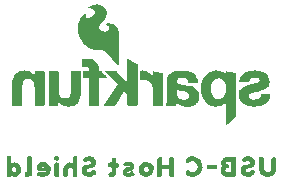
<source format=gbo>
G04 EAGLE Gerber RS-274X export*
G75*
%MOMM*%
%FSLAX34Y34*%
%LPD*%
%INSilkscreen Bottom*%
%IPPOS*%
%AMOC8*
5,1,8,0,0,1.08239X$1,22.5*%
G01*

G36*
X247854Y276320D02*
X247854Y276320D01*
X247941Y276323D01*
X247941Y276324D01*
X247942Y276324D01*
X248017Y276365D01*
X248093Y276406D01*
X248093Y276407D01*
X248094Y276407D01*
X248145Y276479D01*
X248193Y276548D01*
X248193Y276549D01*
X248194Y276556D01*
X248220Y276690D01*
X248220Y304290D01*
X248216Y304310D01*
X248217Y304337D01*
X248017Y305937D01*
X248006Y305969D01*
X247998Y306018D01*
X247498Y307418D01*
X247490Y307430D01*
X247486Y307447D01*
X246986Y308547D01*
X246968Y308571D01*
X246952Y308608D01*
X246252Y309608D01*
X246233Y309625D01*
X246222Y309644D01*
X246200Y309660D01*
X246173Y309690D01*
X245273Y310390D01*
X245262Y310395D01*
X245251Y310406D01*
X244351Y311006D01*
X244320Y311018D01*
X244281Y311043D01*
X243281Y311443D01*
X243266Y311445D01*
X243249Y311454D01*
X242249Y311754D01*
X242230Y311755D01*
X242208Y311764D01*
X241108Y311964D01*
X241079Y311963D01*
X241040Y311970D01*
X239340Y311970D01*
X239317Y311965D01*
X239286Y311966D01*
X238586Y311866D01*
X238553Y311853D01*
X238499Y311843D01*
X238009Y311647D01*
X237778Y311570D01*
X237640Y311570D01*
X237471Y311531D01*
X237338Y311421D01*
X237267Y311262D01*
X237273Y311089D01*
X237356Y310937D01*
X237498Y310837D01*
X237619Y310814D01*
X237829Y310674D01*
X237860Y310662D01*
X237948Y310621D01*
X238273Y310540D01*
X238612Y310286D01*
X238628Y310279D01*
X238644Y310264D01*
X239604Y309688D01*
X239938Y309354D01*
X240192Y308930D01*
X240360Y308428D01*
X240360Y307852D01*
X240191Y307346D01*
X239826Y306708D01*
X239379Y306171D01*
X238750Y305722D01*
X237912Y305349D01*
X236901Y305073D01*
X235401Y305167D01*
X233987Y305544D01*
X232901Y306178D01*
X232174Y307178D01*
X231726Y308253D01*
X231815Y309504D01*
X232369Y310889D01*
X233618Y312331D01*
X235309Y314021D01*
X235323Y314043D01*
X235348Y314067D01*
X236648Y315867D01*
X236654Y315882D01*
X236668Y315897D01*
X237668Y317597D01*
X237679Y317634D01*
X237711Y317708D01*
X238111Y319508D01*
X238111Y319541D01*
X238120Y319590D01*
X238120Y321290D01*
X238111Y321328D01*
X238103Y321403D01*
X237603Y323003D01*
X237583Y323037D01*
X237553Y323105D01*
X236453Y324705D01*
X236426Y324730D01*
X236392Y324775D01*
X234692Y326275D01*
X234657Y326294D01*
X234604Y326333D01*
X232304Y327433D01*
X232271Y327440D01*
X232224Y327461D01*
X230024Y327961D01*
X229986Y327961D01*
X229921Y327970D01*
X227921Y327870D01*
X227895Y327862D01*
X227858Y327861D01*
X226058Y327461D01*
X226027Y327447D01*
X225979Y327435D01*
X224479Y326735D01*
X224475Y326732D01*
X224470Y326730D01*
X223936Y326463D01*
X223270Y326130D01*
X223248Y326112D01*
X223212Y326094D01*
X222412Y325494D01*
X222397Y325476D01*
X222371Y325459D01*
X222171Y325259D01*
X222158Y325237D01*
X222138Y325221D01*
X222112Y325164D01*
X222080Y325112D01*
X222077Y325086D01*
X222067Y325062D01*
X222069Y325001D01*
X222063Y324939D01*
X222072Y324915D01*
X222073Y324889D01*
X222103Y324835D01*
X222125Y324777D01*
X222144Y324760D01*
X222156Y324737D01*
X222207Y324702D01*
X222252Y324660D01*
X222277Y324652D01*
X222298Y324637D01*
X222382Y324621D01*
X222418Y324610D01*
X222428Y324612D01*
X222440Y324610D01*
X222540Y324610D01*
X222576Y324618D01*
X222632Y324621D01*
X223018Y324718D01*
X223571Y324810D01*
X224216Y324810D01*
X224955Y324717D01*
X225794Y324438D01*
X226528Y324071D01*
X227168Y323522D01*
X227629Y322969D01*
X227892Y322530D01*
X228060Y322028D01*
X228060Y320952D01*
X227891Y320446D01*
X227519Y319796D01*
X227049Y319137D01*
X225894Y317981D01*
X225235Y317511D01*
X224560Y317125D01*
X224224Y316957D01*
X223788Y316739D01*
X223045Y316461D01*
X222413Y316370D01*
X221918Y316370D01*
X221337Y316619D01*
X220943Y316935D01*
X220692Y317436D01*
X220520Y317952D01*
X220520Y318928D01*
X220601Y319170D01*
X220603Y319191D01*
X220609Y319206D01*
X220608Y319229D01*
X220620Y319290D01*
X220620Y319490D01*
X220606Y319553D01*
X220598Y319617D01*
X220586Y319636D01*
X220581Y319659D01*
X220540Y319709D01*
X220505Y319763D01*
X220485Y319775D01*
X220471Y319792D01*
X220412Y319819D01*
X220357Y319852D01*
X220334Y319854D01*
X220312Y319863D01*
X220248Y319861D01*
X220184Y319866D01*
X220159Y319857D01*
X220139Y319857D01*
X220106Y319838D01*
X220047Y319818D01*
X218347Y318818D01*
X218319Y318791D01*
X218263Y318751D01*
X216663Y317051D01*
X216647Y317022D01*
X216615Y316988D01*
X215215Y314688D01*
X215205Y314656D01*
X215181Y314614D01*
X214181Y311714D01*
X214178Y311686D01*
X214164Y311649D01*
X213664Y308449D01*
X213667Y308416D01*
X213660Y308368D01*
X213860Y304868D01*
X213870Y304837D01*
X213873Y304791D01*
X214873Y301091D01*
X214890Y301059D01*
X214908Y301005D01*
X216908Y297405D01*
X216925Y297387D01*
X216940Y297357D01*
X218340Y295557D01*
X218352Y295547D01*
X218363Y295530D01*
X219863Y293930D01*
X219881Y293918D01*
X219898Y293896D01*
X221598Y292496D01*
X221617Y292487D01*
X221637Y292469D01*
X223537Y291269D01*
X223565Y291259D01*
X223599Y291237D01*
X225599Y290437D01*
X225611Y290435D01*
X225625Y290428D01*
X227825Y289728D01*
X227854Y289725D01*
X227893Y289713D01*
X230293Y289413D01*
X230314Y289415D01*
X230340Y289410D01*
X234093Y289410D01*
X235207Y289131D01*
X236152Y288659D01*
X237209Y287986D01*
X238171Y287120D01*
X239159Y286034D01*
X239160Y286033D01*
X239161Y286032D01*
X240355Y284738D01*
X241551Y283343D01*
X241557Y283339D01*
X241561Y283332D01*
X242760Y282033D01*
X244960Y279633D01*
X245848Y278646D01*
X246540Y277757D01*
X246546Y277751D01*
X246551Y277743D01*
X247143Y277052D01*
X247415Y276689D01*
X247499Y276521D01*
X247500Y276520D01*
X247552Y276457D01*
X247609Y276388D01*
X247610Y276387D01*
X247611Y276387D01*
X247686Y276353D01*
X247768Y276317D01*
X247769Y276316D01*
X247854Y276320D01*
G37*
G36*
X339269Y225421D02*
X339269Y225421D01*
X339341Y225423D01*
X339355Y225431D01*
X339370Y225433D01*
X339485Y225502D01*
X339493Y225506D01*
X339493Y225507D01*
X339494Y225507D01*
X340486Y226400D01*
X341478Y227193D01*
X341484Y227201D01*
X341494Y227207D01*
X342494Y228107D01*
X342500Y228115D01*
X342509Y228121D01*
X343394Y229006D01*
X344378Y229793D01*
X344384Y229801D01*
X344394Y229807D01*
X345393Y230706D01*
X346293Y231506D01*
X346293Y231507D01*
X346294Y231507D01*
X347294Y232407D01*
X347345Y232480D01*
X347393Y232548D01*
X347393Y232549D01*
X347393Y232550D01*
X347395Y232558D01*
X347420Y232690D01*
X347420Y269590D01*
X347418Y269599D01*
X347420Y269609D01*
X347398Y269683D01*
X347381Y269759D01*
X347375Y269766D01*
X347372Y269775D01*
X347320Y269833D01*
X347271Y269892D01*
X347262Y269896D01*
X347255Y269903D01*
X347123Y269961D01*
X345323Y270361D01*
X345303Y270361D01*
X345278Y270368D01*
X344300Y270466D01*
X343423Y270661D01*
X343404Y270661D01*
X343382Y270668D01*
X342502Y270766D01*
X341623Y270961D01*
X341619Y270961D01*
X341615Y270963D01*
X340615Y271163D01*
X340600Y271162D01*
X340582Y271168D01*
X339682Y271268D01*
X339611Y271259D01*
X339539Y271257D01*
X339526Y271249D01*
X339510Y271247D01*
X339450Y271208D01*
X339387Y271174D01*
X339378Y271161D01*
X339365Y271153D01*
X339329Y271091D01*
X339287Y271032D01*
X339284Y271015D01*
X339277Y271003D01*
X339274Y270964D01*
X339260Y270890D01*
X339260Y268459D01*
X339148Y268614D01*
X339137Y268623D01*
X339133Y268631D01*
X339123Y268638D01*
X339109Y268659D01*
X338209Y269559D01*
X338200Y269564D01*
X338193Y269574D01*
X337293Y270374D01*
X337266Y270388D01*
X337236Y270416D01*
X336236Y271016D01*
X336207Y271025D01*
X336170Y271047D01*
X335070Y271447D01*
X335065Y271448D01*
X335060Y271451D01*
X333860Y271851D01*
X333824Y271854D01*
X333769Y271869D01*
X332471Y271969D01*
X331272Y272069D01*
X331243Y272065D01*
X331203Y272068D01*
X328103Y271768D01*
X328071Y271757D01*
X328020Y271751D01*
X325320Y270851D01*
X325287Y270830D01*
X325226Y270804D01*
X323026Y269304D01*
X323003Y269280D01*
X322964Y269252D01*
X321164Y267352D01*
X321147Y267323D01*
X321115Y267288D01*
X319715Y264988D01*
X319705Y264958D01*
X319682Y264919D01*
X318782Y262419D01*
X318780Y262397D01*
X318768Y262370D01*
X318168Y259570D01*
X318169Y259546D01*
X318161Y259515D01*
X317961Y256515D01*
X317964Y256493D01*
X317961Y256463D01*
X318161Y253663D01*
X318168Y253640D01*
X318169Y253608D01*
X318769Y250908D01*
X318779Y250887D01*
X318784Y250857D01*
X319684Y248457D01*
X319702Y248429D01*
X319719Y248386D01*
X321119Y246186D01*
X321138Y246167D01*
X321157Y246136D01*
X322857Y244236D01*
X322888Y244214D01*
X322936Y244169D01*
X325136Y242769D01*
X325168Y242758D01*
X325211Y242732D01*
X327711Y241832D01*
X327747Y241828D01*
X327801Y241812D01*
X330701Y241512D01*
X330730Y241515D01*
X330769Y241511D01*
X332069Y241611D01*
X332084Y241615D01*
X332103Y241615D01*
X333303Y241815D01*
X333315Y241820D01*
X333332Y241821D01*
X334532Y242121D01*
X334558Y242135D01*
X334597Y242144D01*
X335697Y242644D01*
X335707Y242651D01*
X335722Y242656D01*
X336822Y243256D01*
X336836Y243269D01*
X336858Y243279D01*
X337858Y243979D01*
X337882Y244005D01*
X337924Y244037D01*
X338724Y244937D01*
X338728Y244945D01*
X338737Y244952D01*
X338860Y245106D01*
X338860Y225790D01*
X338863Y225775D01*
X338861Y225759D01*
X338883Y225691D01*
X338899Y225621D01*
X338909Y225609D01*
X338914Y225594D01*
X338964Y225543D01*
X339009Y225488D01*
X339024Y225481D01*
X339035Y225470D01*
X339102Y225446D01*
X339168Y225417D01*
X339183Y225417D01*
X339198Y225412D01*
X339269Y225421D01*
G37*
G36*
X307456Y241414D02*
X307456Y241414D01*
X307478Y241412D01*
X308478Y241512D01*
X308497Y241518D01*
X308523Y241519D01*
X310323Y241919D01*
X310338Y241926D01*
X310360Y241929D01*
X311260Y242229D01*
X311280Y242242D01*
X311310Y242250D01*
X311990Y242590D01*
X312110Y242650D01*
X312117Y242656D01*
X312129Y242660D01*
X312829Y243060D01*
X312841Y243072D01*
X312861Y243081D01*
X313561Y243581D01*
X313570Y243590D01*
X313583Y243598D01*
X314183Y244098D01*
X314206Y244128D01*
X314249Y244169D01*
X314741Y244858D01*
X315232Y245447D01*
X315248Y245478D01*
X315280Y245520D01*
X315680Y246320D01*
X315684Y246337D01*
X315696Y246357D01*
X315996Y247157D01*
X315998Y247168D01*
X316004Y247181D01*
X316304Y248181D01*
X316306Y248210D01*
X316318Y248248D01*
X316418Y249148D01*
X316418Y249152D01*
X316419Y249156D01*
X316519Y250256D01*
X316514Y250290D01*
X316517Y250341D01*
X316217Y252541D01*
X316205Y252571D01*
X316199Y252617D01*
X315599Y254317D01*
X315580Y254346D01*
X315560Y254396D01*
X314660Y255796D01*
X314632Y255823D01*
X314586Y255880D01*
X313286Y256980D01*
X313266Y256990D01*
X313246Y257010D01*
X311846Y257910D01*
X311814Y257921D01*
X311774Y257946D01*
X310174Y258546D01*
X310152Y258549D01*
X310127Y258560D01*
X308427Y258960D01*
X308416Y258960D01*
X308403Y258965D01*
X306603Y259265D01*
X306593Y259264D01*
X306582Y259268D01*
X304783Y259468D01*
X303084Y259668D01*
X301520Y259863D01*
X300257Y260252D01*
X299094Y260640D01*
X298296Y261083D01*
X297808Y261733D01*
X297720Y262609D01*
X297720Y263159D01*
X297813Y263712D01*
X297899Y264057D01*
X298270Y264799D01*
X298436Y265048D01*
X298682Y265295D01*
X298931Y265461D01*
X299273Y265631D01*
X299632Y265721D01*
X299662Y265737D01*
X299710Y265750D01*
X299781Y265785D01*
X300030Y265910D01*
X300340Y265910D01*
X300370Y265917D01*
X300415Y265917D01*
X301378Y266110D01*
X302809Y266110D01*
X303371Y266016D01*
X303857Y265919D01*
X304248Y265821D01*
X304256Y265821D01*
X304265Y265817D01*
X304716Y265727D01*
X305049Y265561D01*
X305329Y265374D01*
X305349Y265366D01*
X305370Y265350D01*
X305715Y265178D01*
X306228Y264665D01*
X306777Y263566D01*
X306867Y263115D01*
X306879Y263089D01*
X306887Y263049D01*
X307060Y262617D01*
X307060Y262190D01*
X307071Y262140D01*
X307073Y262089D01*
X307091Y262057D01*
X307099Y262021D01*
X307132Y261982D01*
X307156Y261937D01*
X307186Y261916D01*
X307209Y261888D01*
X307256Y261867D01*
X307298Y261837D01*
X307340Y261829D01*
X307368Y261817D01*
X307398Y261818D01*
X307440Y261810D01*
X315240Y261810D01*
X315317Y261828D01*
X315395Y261843D01*
X315401Y261847D01*
X315409Y261849D01*
X315470Y261900D01*
X315533Y261948D01*
X315537Y261955D01*
X315542Y261959D01*
X315575Y262032D01*
X315610Y262103D01*
X315610Y262111D01*
X315613Y262118D01*
X315612Y262151D01*
X315616Y262248D01*
X315416Y263548D01*
X315411Y263560D01*
X315411Y263565D01*
X315410Y263567D01*
X315409Y263582D01*
X315109Y264782D01*
X315099Y264802D01*
X315093Y264831D01*
X314693Y265831D01*
X314685Y265843D01*
X314680Y265860D01*
X314180Y266860D01*
X314167Y266876D01*
X314156Y266901D01*
X313556Y267801D01*
X313540Y267816D01*
X313526Y267840D01*
X312826Y268640D01*
X312795Y268663D01*
X312751Y268706D01*
X310951Y269906D01*
X310938Y269911D01*
X310925Y269922D01*
X310025Y270422D01*
X310017Y270424D01*
X310010Y270430D01*
X309010Y270930D01*
X308980Y270937D01*
X308940Y270957D01*
X306740Y271557D01*
X306723Y271557D01*
X306703Y271565D01*
X305503Y271765D01*
X305490Y271764D01*
X305474Y271769D01*
X304374Y271869D01*
X304373Y271869D01*
X304372Y271869D01*
X303172Y271969D01*
X303157Y271967D01*
X303140Y271970D01*
X299740Y271970D01*
X299724Y271966D01*
X299702Y271968D01*
X298702Y271868D01*
X298689Y271864D01*
X298672Y271864D01*
X296472Y271464D01*
X296469Y271463D01*
X296465Y271463D01*
X295465Y271263D01*
X295451Y271256D01*
X295431Y271254D01*
X294431Y270954D01*
X294412Y270944D01*
X294386Y270937D01*
X293486Y270537D01*
X293474Y270528D01*
X293455Y270522D01*
X292555Y270022D01*
X292539Y270007D01*
X292512Y269994D01*
X291712Y269394D01*
X291705Y269386D01*
X291693Y269379D01*
X290993Y268779D01*
X290972Y268751D01*
X290936Y268718D01*
X290336Y267918D01*
X290330Y267905D01*
X290318Y267892D01*
X289818Y267092D01*
X289805Y267055D01*
X289776Y266999D01*
X289476Y265999D01*
X289476Y265995D01*
X289473Y265990D01*
X289173Y264890D01*
X289172Y264852D01*
X289160Y264790D01*
X289160Y247928D01*
X289067Y247465D01*
X289068Y247433D01*
X289060Y247390D01*
X289060Y246128D01*
X288967Y245665D01*
X288968Y245633D01*
X288960Y245590D01*
X288960Y245237D01*
X288671Y244082D01*
X288671Y244046D01*
X288660Y243990D01*
X288660Y243752D01*
X288595Y243559D01*
X288424Y243301D01*
X288410Y243265D01*
X288379Y243210D01*
X288288Y242936D01*
X288200Y242760D01*
X288188Y242710D01*
X288167Y242662D01*
X288168Y242627D01*
X288160Y242592D01*
X288171Y242541D01*
X288173Y242489D01*
X288191Y242458D01*
X288199Y242423D01*
X288231Y242383D01*
X288256Y242337D01*
X288285Y242316D01*
X288308Y242289D01*
X288355Y242267D01*
X288398Y242237D01*
X288439Y242229D01*
X288466Y242217D01*
X288497Y242218D01*
X288540Y242210D01*
X296440Y242210D01*
X296490Y242221D01*
X296541Y242223D01*
X296573Y242241D01*
X296609Y242249D01*
X296648Y242282D01*
X296693Y242306D01*
X296714Y242336D01*
X296742Y242359D01*
X296763Y242406D01*
X296793Y242448D01*
X296801Y242490D01*
X296813Y242518D01*
X296812Y242548D01*
X296820Y242590D01*
X296820Y242639D01*
X296849Y242686D01*
X296893Y242748D01*
X296895Y242760D01*
X296900Y242768D01*
X296904Y242805D01*
X296920Y242890D01*
X296920Y243000D01*
X296953Y243065D01*
X297009Y243121D01*
X297049Y243186D01*
X297093Y243248D01*
X297095Y243260D01*
X297100Y243268D01*
X297104Y243305D01*
X297120Y243390D01*
X297120Y243639D01*
X297149Y243686D01*
X297193Y243748D01*
X297195Y243760D01*
X297200Y243768D01*
X297204Y243805D01*
X297220Y243890D01*
X297220Y244200D01*
X297280Y244320D01*
X297284Y244335D01*
X297293Y244348D01*
X297317Y244475D01*
X297671Y244121D01*
X297687Y244111D01*
X297702Y244093D01*
X298202Y243693D01*
X298223Y243683D01*
X298244Y243664D01*
X298744Y243364D01*
X298757Y243360D01*
X298770Y243350D01*
X300570Y242450D01*
X300593Y242444D01*
X300620Y242429D01*
X301820Y242029D01*
X301845Y242027D01*
X301878Y242015D01*
X302456Y241919D01*
X303136Y241724D01*
X303155Y241723D01*
X303178Y241715D01*
X303778Y241615D01*
X303782Y241615D01*
X303786Y241614D01*
X304486Y241514D01*
X304510Y241516D01*
X304540Y241510D01*
X305113Y241510D01*
X305786Y241414D01*
X305810Y241416D01*
X305840Y241410D01*
X307440Y241410D01*
X307456Y241414D01*
G37*
G36*
X245372Y242317D02*
X245372Y242317D01*
X245406Y242315D01*
X245456Y242337D01*
X245509Y242349D01*
X245534Y242370D01*
X245565Y242383D01*
X245612Y242435D01*
X245642Y242459D01*
X245649Y242475D01*
X245663Y242490D01*
X253215Y254689D01*
X255760Y252229D01*
X255760Y242690D01*
X255771Y242640D01*
X255773Y242589D01*
X255791Y242557D01*
X255799Y242521D01*
X255832Y242482D01*
X255856Y242437D01*
X255886Y242416D01*
X255909Y242388D01*
X255956Y242367D01*
X255998Y242337D01*
X256040Y242329D01*
X256068Y242317D01*
X256098Y242318D01*
X256140Y242310D01*
X263940Y242310D01*
X263990Y242321D01*
X264041Y242323D01*
X264073Y242341D01*
X264109Y242349D01*
X264148Y242382D01*
X264193Y242406D01*
X264214Y242436D01*
X264242Y242459D01*
X264263Y242506D01*
X264293Y242548D01*
X264301Y242590D01*
X264313Y242618D01*
X264312Y242648D01*
X264320Y242690D01*
X264320Y277390D01*
X264311Y277432D01*
X264311Y277474D01*
X264291Y277515D01*
X264281Y277559D01*
X264254Y277592D01*
X264235Y277630D01*
X264193Y277665D01*
X264171Y277692D01*
X264148Y277702D01*
X264124Y277723D01*
X256324Y282023D01*
X256267Y282039D01*
X256212Y282063D01*
X256184Y282062D01*
X256157Y282070D01*
X256099Y282059D01*
X256039Y282057D01*
X256014Y282043D01*
X255987Y282038D01*
X255939Y282002D01*
X255887Y281974D01*
X255871Y281951D01*
X255848Y281934D01*
X255821Y281881D01*
X255787Y281832D01*
X255781Y281801D01*
X255770Y281779D01*
X255770Y281743D01*
X255760Y281690D01*
X255760Y261728D01*
X246613Y271155D01*
X246547Y271197D01*
X246482Y271243D01*
X246473Y271244D01*
X246467Y271248D01*
X246433Y271252D01*
X246340Y271270D01*
X237140Y271270D01*
X237112Y271264D01*
X237084Y271266D01*
X237029Y271244D01*
X236971Y271231D01*
X236949Y271213D01*
X236923Y271202D01*
X236883Y271158D01*
X236838Y271121D01*
X236826Y271095D01*
X236807Y271073D01*
X236791Y271016D01*
X236767Y270962D01*
X236768Y270934D01*
X236760Y270907D01*
X236771Y270849D01*
X236773Y270789D01*
X236787Y270764D01*
X236792Y270736D01*
X236838Y270671D01*
X236856Y270637D01*
X236866Y270630D01*
X236875Y270617D01*
X247348Y260438D01*
X235624Y242901D01*
X235597Y242831D01*
X235567Y242762D01*
X235567Y242750D01*
X235563Y242739D01*
X235570Y242664D01*
X235573Y242589D01*
X235579Y242579D01*
X235580Y242567D01*
X235620Y242503D01*
X235656Y242437D01*
X235666Y242430D01*
X235672Y242420D01*
X235736Y242381D01*
X235798Y242337D01*
X235811Y242335D01*
X235820Y242329D01*
X235858Y242326D01*
X235940Y242310D01*
X245340Y242310D01*
X245372Y242317D01*
G37*
G36*
X166490Y242321D02*
X166490Y242321D01*
X166541Y242323D01*
X166573Y242341D01*
X166609Y242349D01*
X166648Y242382D01*
X166693Y242406D01*
X166714Y242436D01*
X166742Y242459D01*
X166763Y242506D01*
X166793Y242548D01*
X166801Y242590D01*
X166813Y242618D01*
X166812Y242648D01*
X166820Y242690D01*
X166820Y258579D01*
X166919Y260252D01*
X167114Y261617D01*
X167399Y262757D01*
X167853Y263665D01*
X168471Y264283D01*
X169304Y264746D01*
X170227Y265115D01*
X171441Y265209D01*
X172770Y265114D01*
X173984Y264740D01*
X174914Y264182D01*
X175738Y263450D01*
X176286Y262445D01*
X176669Y261105D01*
X176961Y259447D01*
X177060Y257480D01*
X177060Y242690D01*
X177071Y242640D01*
X177073Y242589D01*
X177091Y242557D01*
X177099Y242521D01*
X177132Y242482D01*
X177156Y242437D01*
X177186Y242416D01*
X177209Y242388D01*
X177256Y242367D01*
X177298Y242337D01*
X177340Y242329D01*
X177368Y242317D01*
X177398Y242318D01*
X177440Y242310D01*
X185240Y242310D01*
X185290Y242321D01*
X185341Y242323D01*
X185373Y242341D01*
X185409Y242349D01*
X185448Y242382D01*
X185493Y242406D01*
X185514Y242436D01*
X185542Y242459D01*
X185563Y242506D01*
X185593Y242548D01*
X185601Y242590D01*
X185613Y242618D01*
X185612Y242648D01*
X185620Y242690D01*
X185620Y267390D01*
X185619Y267395D01*
X185620Y267401D01*
X185520Y270901D01*
X185508Y270945D01*
X185507Y270991D01*
X185487Y271028D01*
X185476Y271068D01*
X185446Y271103D01*
X185424Y271143D01*
X185390Y271167D01*
X185362Y271199D01*
X185320Y271216D01*
X185282Y271243D01*
X185233Y271252D01*
X185202Y271265D01*
X185175Y271263D01*
X185140Y271270D01*
X177740Y271270D01*
X177690Y271259D01*
X177639Y271257D01*
X177607Y271239D01*
X177571Y271231D01*
X177532Y271198D01*
X177487Y271174D01*
X177466Y271144D01*
X177438Y271121D01*
X177417Y271074D01*
X177387Y271032D01*
X177379Y270990D01*
X177367Y270962D01*
X177368Y270932D01*
X177360Y270890D01*
X177360Y268022D01*
X177148Y268314D01*
X177134Y268325D01*
X177123Y268344D01*
X176223Y269344D01*
X176201Y269360D01*
X176178Y269387D01*
X175178Y270187D01*
X175161Y270195D01*
X175144Y270211D01*
X174044Y270911D01*
X174018Y270920D01*
X173986Y270941D01*
X172786Y271441D01*
X172762Y271445D01*
X172732Y271459D01*
X171532Y271759D01*
X171518Y271759D01*
X171503Y271765D01*
X170303Y271965D01*
X170289Y271964D01*
X170272Y271969D01*
X169072Y272069D01*
X169046Y272065D01*
X169013Y272069D01*
X166213Y271869D01*
X166185Y271861D01*
X166144Y271858D01*
X163844Y271258D01*
X163811Y271241D01*
X163755Y271222D01*
X161955Y270222D01*
X161927Y270196D01*
X161871Y270159D01*
X160471Y268759D01*
X160451Y268727D01*
X160412Y268683D01*
X159412Y266983D01*
X159402Y266948D01*
X159376Y266899D01*
X158776Y264899D01*
X158775Y264880D01*
X158766Y264858D01*
X158366Y262658D01*
X158367Y262635D01*
X158360Y262605D01*
X158260Y260105D01*
X158261Y260098D01*
X158260Y260090D01*
X158260Y242690D01*
X158271Y242640D01*
X158273Y242589D01*
X158291Y242557D01*
X158299Y242521D01*
X158332Y242482D01*
X158356Y242437D01*
X158386Y242416D01*
X158409Y242388D01*
X158456Y242367D01*
X158498Y242337D01*
X158540Y242329D01*
X158568Y242317D01*
X158598Y242318D01*
X158640Y242310D01*
X166440Y242310D01*
X166490Y242321D01*
G37*
G36*
X208367Y241711D02*
X208367Y241711D01*
X208395Y241719D01*
X208436Y241722D01*
X210736Y242322D01*
X210769Y242339D01*
X210825Y242358D01*
X212625Y243358D01*
X212653Y243384D01*
X212709Y243421D01*
X214109Y244821D01*
X214130Y244854D01*
X214176Y244912D01*
X215076Y246612D01*
X215082Y246636D01*
X215099Y246664D01*
X215799Y248664D01*
X215802Y248696D01*
X215817Y248739D01*
X216117Y250939D01*
X216115Y250955D01*
X216120Y250975D01*
X216220Y253475D01*
X216219Y253482D01*
X216220Y253490D01*
X216220Y270890D01*
X216209Y270940D01*
X216207Y270991D01*
X216189Y271023D01*
X216181Y271059D01*
X216148Y271098D01*
X216124Y271143D01*
X216094Y271164D01*
X216071Y271192D01*
X216024Y271213D01*
X215982Y271243D01*
X215940Y271251D01*
X215912Y271263D01*
X215882Y271262D01*
X215840Y271270D01*
X208140Y271270D01*
X208090Y271259D01*
X208039Y271257D01*
X208007Y271239D01*
X207971Y271231D01*
X207932Y271198D01*
X207887Y271174D01*
X207866Y271144D01*
X207838Y271121D01*
X207817Y271074D01*
X207787Y271032D01*
X207779Y270990D01*
X207767Y270962D01*
X207768Y270932D01*
X207760Y270890D01*
X207760Y255001D01*
X207661Y253328D01*
X207468Y251978D01*
X207088Y250836D01*
X206621Y249902D01*
X206085Y249277D01*
X205280Y248741D01*
X204274Y248466D01*
X203137Y248371D01*
X201714Y248466D01*
X200592Y248840D01*
X199570Y249398D01*
X198848Y250120D01*
X198288Y251146D01*
X197809Y252488D01*
X197520Y254123D01*
X197520Y270890D01*
X197509Y270940D01*
X197507Y270991D01*
X197489Y271023D01*
X197481Y271059D01*
X197448Y271098D01*
X197424Y271143D01*
X197394Y271164D01*
X197371Y271192D01*
X197324Y271213D01*
X197282Y271243D01*
X197240Y271251D01*
X197212Y271263D01*
X197182Y271262D01*
X197140Y271270D01*
X189340Y271270D01*
X189290Y271259D01*
X189239Y271257D01*
X189207Y271239D01*
X189171Y271231D01*
X189132Y271198D01*
X189087Y271174D01*
X189066Y271144D01*
X189038Y271121D01*
X189017Y271074D01*
X188987Y271032D01*
X188979Y270990D01*
X188967Y270962D01*
X188968Y270932D01*
X188960Y270890D01*
X188960Y246190D01*
X188961Y246185D01*
X188960Y246179D01*
X189060Y242679D01*
X189072Y242635D01*
X189073Y242589D01*
X189093Y242552D01*
X189104Y242512D01*
X189134Y242477D01*
X189156Y242437D01*
X189190Y242413D01*
X189218Y242381D01*
X189260Y242364D01*
X189298Y242337D01*
X189347Y242328D01*
X189378Y242315D01*
X189405Y242317D01*
X189440Y242310D01*
X196840Y242310D01*
X196890Y242321D01*
X196941Y242323D01*
X196973Y242341D01*
X197009Y242349D01*
X197048Y242382D01*
X197093Y242406D01*
X197114Y242436D01*
X197142Y242459D01*
X197163Y242506D01*
X197193Y242548D01*
X197201Y242590D01*
X197213Y242618D01*
X197212Y242648D01*
X197220Y242690D01*
X197220Y245421D01*
X197332Y245266D01*
X197352Y245250D01*
X197371Y245221D01*
X198371Y244221D01*
X198387Y244211D01*
X198402Y244193D01*
X199402Y243393D01*
X199419Y243385D01*
X199436Y243369D01*
X200536Y242669D01*
X200558Y242661D01*
X200583Y242644D01*
X201683Y242144D01*
X201711Y242138D01*
X201748Y242121D01*
X202948Y241821D01*
X202964Y241821D01*
X202982Y241814D01*
X204282Y241614D01*
X204294Y241615D01*
X204308Y241611D01*
X205508Y241511D01*
X205534Y241515D01*
X205567Y241511D01*
X208367Y241711D01*
G37*
G36*
X365556Y241610D02*
X365556Y241610D01*
X365576Y241616D01*
X365603Y241615D01*
X368003Y242015D01*
X368024Y242024D01*
X368055Y242028D01*
X370255Y242728D01*
X370277Y242741D01*
X370310Y242750D01*
X370951Y243070D01*
X371711Y243450D01*
X371711Y243451D01*
X372310Y243750D01*
X372333Y243769D01*
X372371Y243788D01*
X374071Y245088D01*
X374095Y245117D01*
X374142Y245159D01*
X375442Y246859D01*
X375458Y246894D01*
X375492Y246946D01*
X376392Y249146D01*
X376397Y249181D01*
X376415Y249230D01*
X376815Y251730D01*
X376810Y251810D01*
X376807Y251891D01*
X376804Y251896D01*
X376803Y251903D01*
X376762Y251972D01*
X376724Y252043D01*
X376719Y252047D01*
X376715Y252052D01*
X376648Y252097D01*
X376582Y252143D01*
X376575Y252144D01*
X376571Y252147D01*
X376540Y252151D01*
X376440Y252170D01*
X369040Y252170D01*
X369007Y252163D01*
X368973Y252164D01*
X368924Y252143D01*
X368871Y252131D01*
X368845Y252109D01*
X368814Y252096D01*
X368779Y252055D01*
X368738Y252021D01*
X368724Y251990D01*
X368702Y251964D01*
X368683Y251898D01*
X368667Y251862D01*
X368667Y251853D01*
X368666Y251849D01*
X368666Y251840D01*
X368661Y251824D01*
X368566Y250780D01*
X368206Y249878D01*
X367660Y249150D01*
X366920Y248503D01*
X366091Y248042D01*
X365148Y247759D01*
X364187Y247567D01*
X363024Y247470D01*
X362282Y247470D01*
X361428Y247660D01*
X360673Y247849D01*
X359920Y248225D01*
X359286Y248587D01*
X358772Y249187D01*
X358505Y249898D01*
X358331Y250685D01*
X358496Y251347D01*
X358831Y251933D01*
X359541Y252465D01*
X359763Y252576D01*
X359763Y252577D01*
X360498Y252944D01*
X361663Y253429D01*
X363130Y253821D01*
X364923Y254219D01*
X364927Y254221D01*
X364932Y254221D01*
X368532Y255121D01*
X368539Y255124D01*
X368547Y255125D01*
X370247Y255625D01*
X370261Y255633D01*
X370281Y255637D01*
X371781Y256237D01*
X371797Y256248D01*
X371820Y256255D01*
X373120Y256955D01*
X373144Y256976D01*
X373183Y256998D01*
X374383Y257998D01*
X374405Y258026D01*
X374444Y258062D01*
X375344Y259262D01*
X375360Y259298D01*
X375398Y259362D01*
X375898Y260762D01*
X375902Y260797D01*
X375908Y260814D01*
X375915Y260830D01*
X375915Y260836D01*
X375918Y260846D01*
X376118Y262546D01*
X376114Y262581D01*
X376118Y262635D01*
X375818Y265135D01*
X375808Y265161D01*
X375807Y265186D01*
X375802Y265196D01*
X375799Y265216D01*
X375099Y267216D01*
X375081Y267243D01*
X375035Y267330D01*
X373735Y268930D01*
X373706Y268952D01*
X373668Y268994D01*
X372068Y270194D01*
X372036Y270208D01*
X371994Y270237D01*
X370194Y271037D01*
X370172Y271042D01*
X370144Y271056D01*
X368044Y271656D01*
X368021Y271657D01*
X367991Y271667D01*
X365791Y271967D01*
X365776Y271965D01*
X365757Y271970D01*
X363457Y272070D01*
X363442Y272067D01*
X363423Y272070D01*
X361123Y271970D01*
X361107Y271965D01*
X361086Y271966D01*
X358986Y271666D01*
X358965Y271658D01*
X358936Y271656D01*
X356836Y271056D01*
X356810Y271041D01*
X356770Y271030D01*
X356209Y270750D01*
X355448Y270369D01*
X354970Y270130D01*
X354948Y270112D01*
X354912Y270094D01*
X353312Y268894D01*
X353287Y268864D01*
X353236Y268818D01*
X352036Y267218D01*
X352023Y267189D01*
X351996Y267153D01*
X351096Y265253D01*
X351089Y265218D01*
X351068Y265168D01*
X350568Y262768D01*
X350568Y262765D01*
X350567Y262762D01*
X350570Y262678D01*
X350572Y262594D01*
X350573Y262592D01*
X350573Y262589D01*
X350613Y262515D01*
X350653Y262441D01*
X350655Y262439D01*
X350656Y262437D01*
X350724Y262389D01*
X350793Y262339D01*
X350796Y262339D01*
X350798Y262337D01*
X350940Y262310D01*
X358340Y262310D01*
X358353Y262313D01*
X358367Y262311D01*
X358437Y262332D01*
X358509Y262349D01*
X358519Y262358D01*
X358532Y262362D01*
X358586Y262413D01*
X358642Y262459D01*
X358648Y262472D01*
X358658Y262481D01*
X358713Y262615D01*
X358903Y263566D01*
X359267Y264293D01*
X359721Y264929D01*
X360250Y265370D01*
X360520Y265505D01*
X360968Y265729D01*
X362682Y266110D01*
X364316Y266110D01*
X365089Y266013D01*
X365761Y265917D01*
X366379Y265741D01*
X366898Y265395D01*
X367228Y265065D01*
X367481Y264557D01*
X367650Y263881D01*
X367487Y263062D01*
X366985Y262477D01*
X366155Y261923D01*
X365105Y261446D01*
X363847Y261059D01*
X362365Y260763D01*
X362358Y260759D01*
X362348Y260759D01*
X360761Y260362D01*
X359074Y260064D01*
X359054Y260056D01*
X359027Y260053D01*
X357431Y259554D01*
X355733Y259055D01*
X355719Y259047D01*
X355699Y259043D01*
X354199Y258443D01*
X354176Y258427D01*
X354141Y258414D01*
X352841Y257614D01*
X352824Y257597D01*
X352797Y257582D01*
X351597Y256582D01*
X351573Y256551D01*
X351527Y256506D01*
X350627Y255206D01*
X350613Y255170D01*
X350579Y255110D01*
X350079Y253610D01*
X350076Y253577D01*
X350062Y253532D01*
X349862Y251732D01*
X349866Y251697D01*
X349862Y251645D01*
X350162Y249145D01*
X350175Y249110D01*
X350185Y249055D01*
X350985Y246955D01*
X351007Y246922D01*
X351038Y246859D01*
X352338Y245159D01*
X352362Y245139D01*
X352390Y245104D01*
X353990Y243704D01*
X354023Y243686D01*
X354070Y243650D01*
X356070Y242650D01*
X356100Y242643D01*
X356140Y242623D01*
X358340Y242023D01*
X358356Y242023D01*
X358375Y242015D01*
X360675Y241615D01*
X360697Y241617D01*
X360724Y241610D01*
X363124Y241510D01*
X363138Y241513D01*
X363156Y241510D01*
X365556Y241610D01*
G37*
G36*
X231290Y242321D02*
X231290Y242321D01*
X231341Y242323D01*
X231373Y242341D01*
X231409Y242349D01*
X231448Y242382D01*
X231493Y242406D01*
X231514Y242436D01*
X231542Y242459D01*
X231563Y242506D01*
X231593Y242548D01*
X231601Y242590D01*
X231613Y242618D01*
X231612Y242648D01*
X231620Y242690D01*
X231620Y265310D01*
X238940Y265310D01*
X238965Y265316D01*
X238991Y265313D01*
X239049Y265335D01*
X239109Y265349D01*
X239129Y265366D01*
X239153Y265375D01*
X239195Y265420D01*
X239242Y265459D01*
X239253Y265483D01*
X239270Y265502D01*
X239288Y265561D01*
X239313Y265618D01*
X239312Y265643D01*
X239320Y265668D01*
X239309Y265729D01*
X239307Y265791D01*
X239294Y265813D01*
X239290Y265839D01*
X239242Y265910D01*
X239224Y265943D01*
X239216Y265949D01*
X239209Y265959D01*
X238509Y266659D01*
X238498Y266666D01*
X238487Y266679D01*
X237810Y267260D01*
X237229Y267937D01*
X237208Y267952D01*
X237187Y267979D01*
X236510Y268560D01*
X235929Y269237D01*
X235908Y269252D01*
X235887Y269279D01*
X235198Y269869D01*
X233909Y271159D01*
X233844Y271199D01*
X233782Y271243D01*
X233770Y271245D01*
X233762Y271250D01*
X233725Y271254D01*
X233640Y271270D01*
X231620Y271270D01*
X231620Y273090D01*
X231618Y273099D01*
X231620Y273111D01*
X231520Y274911D01*
X231510Y274945D01*
X231505Y274997D01*
X231005Y276697D01*
X230991Y276722D01*
X230980Y276760D01*
X230280Y278160D01*
X230261Y278184D01*
X230241Y278222D01*
X229241Y279522D01*
X229211Y279547D01*
X229161Y279599D01*
X227761Y280599D01*
X227737Y280609D01*
X227710Y280630D01*
X226110Y281430D01*
X226074Y281439D01*
X226065Y281442D01*
X226057Y281448D01*
X226048Y281450D01*
X226018Y281462D01*
X224118Y281862D01*
X224098Y281862D01*
X224073Y281869D01*
X221773Y282069D01*
X221758Y282067D01*
X221740Y282070D01*
X220240Y282070D01*
X220210Y282063D01*
X220165Y282063D01*
X219702Y281970D01*
X218640Y281970D01*
X218610Y281963D01*
X218565Y281963D01*
X218102Y281870D01*
X217640Y281870D01*
X217590Y281859D01*
X217539Y281857D01*
X217507Y281839D01*
X217471Y281831D01*
X217432Y281798D01*
X217387Y281774D01*
X217366Y281744D01*
X217338Y281721D01*
X217317Y281674D01*
X217287Y281632D01*
X217279Y281590D01*
X217267Y281562D01*
X217267Y281549D01*
X217267Y281548D01*
X217267Y281530D01*
X217260Y281490D01*
X217260Y275690D01*
X217262Y275680D01*
X217260Y275670D01*
X217282Y275596D01*
X217299Y275521D01*
X217306Y275513D01*
X217309Y275503D01*
X217360Y275447D01*
X217409Y275388D01*
X217419Y275383D01*
X217426Y275376D01*
X217497Y275348D01*
X217568Y275317D01*
X217578Y275317D01*
X217588Y275313D01*
X217732Y275321D01*
X218087Y275410D01*
X219840Y275410D01*
X219877Y275418D01*
X219960Y275429D01*
X220202Y275510D01*
X220513Y275510D01*
X221183Y275414D01*
X221748Y275320D01*
X222235Y275158D01*
X222552Y274840D01*
X222799Y274511D01*
X222968Y274002D01*
X223060Y273363D01*
X223060Y271270D01*
X218140Y271270D01*
X218090Y271259D01*
X218039Y271257D01*
X218007Y271239D01*
X217971Y271231D01*
X217932Y271198D01*
X217887Y271174D01*
X217866Y271144D01*
X217838Y271121D01*
X217817Y271074D01*
X217787Y271032D01*
X217779Y270990D01*
X217767Y270962D01*
X217768Y270932D01*
X217760Y270890D01*
X217760Y265690D01*
X217771Y265640D01*
X217773Y265589D01*
X217791Y265557D01*
X217799Y265521D01*
X217832Y265482D01*
X217856Y265437D01*
X217886Y265416D01*
X217909Y265388D01*
X217956Y265367D01*
X217998Y265337D01*
X218040Y265329D01*
X218068Y265317D01*
X218098Y265318D01*
X218140Y265310D01*
X223060Y265310D01*
X223060Y242690D01*
X223071Y242640D01*
X223073Y242589D01*
X223091Y242557D01*
X223099Y242521D01*
X223132Y242482D01*
X223156Y242437D01*
X223186Y242416D01*
X223209Y242388D01*
X223256Y242367D01*
X223298Y242337D01*
X223340Y242329D01*
X223368Y242317D01*
X223398Y242318D01*
X223440Y242310D01*
X231240Y242310D01*
X231290Y242321D01*
G37*
G36*
X285290Y242221D02*
X285290Y242221D01*
X285341Y242223D01*
X285373Y242241D01*
X285409Y242249D01*
X285448Y242282D01*
X285493Y242306D01*
X285514Y242336D01*
X285542Y242359D01*
X285563Y242406D01*
X285593Y242448D01*
X285601Y242490D01*
X285613Y242518D01*
X285612Y242548D01*
X285620Y242590D01*
X285620Y266190D01*
X285619Y266195D01*
X285620Y266201D01*
X285520Y269601D01*
X285519Y269605D01*
X285520Y269609D01*
X285508Y269649D01*
X285507Y269688D01*
X285488Y269724D01*
X285476Y269769D01*
X285473Y269772D01*
X285472Y269775D01*
X285441Y269809D01*
X285424Y269841D01*
X285394Y269862D01*
X285362Y269899D01*
X285358Y269901D01*
X285355Y269903D01*
X285302Y269927D01*
X285282Y269940D01*
X285261Y269945D01*
X285223Y269961D01*
X284323Y270161D01*
X284303Y270161D01*
X284278Y270168D01*
X283300Y270266D01*
X281523Y270661D01*
X281504Y270661D01*
X281482Y270668D01*
X280602Y270766D01*
X279723Y270961D01*
X279719Y270961D01*
X279715Y270963D01*
X278715Y271163D01*
X278700Y271162D01*
X278682Y271168D01*
X277782Y271268D01*
X277711Y271259D01*
X277639Y271257D01*
X277626Y271249D01*
X277610Y271247D01*
X277550Y271208D01*
X277487Y271174D01*
X277478Y271161D01*
X277465Y271153D01*
X277429Y271091D01*
X277387Y271032D01*
X277384Y271015D01*
X277377Y271003D01*
X277374Y270964D01*
X277360Y270890D01*
X277360Y267188D01*
X277348Y267214D01*
X276548Y268314D01*
X276541Y268319D01*
X276541Y268320D01*
X276539Y268321D01*
X276528Y268331D01*
X276509Y268359D01*
X275509Y269359D01*
X275489Y269371D01*
X275468Y269394D01*
X274268Y270294D01*
X274250Y270302D01*
X274232Y270318D01*
X273032Y271018D01*
X273016Y271023D01*
X272999Y271035D01*
X271699Y271635D01*
X271666Y271642D01*
X271620Y271662D01*
X270220Y271962D01*
X270196Y271961D01*
X270165Y271969D01*
X268665Y272069D01*
X268654Y272068D01*
X268640Y272070D01*
X268040Y272070D01*
X268025Y272067D01*
X268010Y272069D01*
X267878Y272032D01*
X267871Y272031D01*
X267871Y272030D01*
X267870Y272030D01*
X267750Y271970D01*
X267640Y271970D01*
X267603Y271962D01*
X267520Y271951D01*
X267278Y271870D01*
X267140Y271870D01*
X267125Y271867D01*
X267110Y271869D01*
X266978Y271832D01*
X266971Y271831D01*
X266971Y271830D01*
X266970Y271830D01*
X266969Y271830D01*
X266770Y271730D01*
X266731Y271698D01*
X266687Y271674D01*
X266666Y271643D01*
X266637Y271619D01*
X266616Y271573D01*
X266587Y271532D01*
X266579Y271489D01*
X266566Y271461D01*
X266568Y271431D01*
X266560Y271390D01*
X266560Y264190D01*
X266565Y264166D01*
X266563Y264141D01*
X266585Y264082D01*
X266599Y264021D01*
X266615Y264002D01*
X266624Y263979D01*
X266670Y263936D01*
X266709Y263888D01*
X266732Y263877D01*
X266751Y263860D01*
X266810Y263842D01*
X266868Y263817D01*
X266893Y263818D01*
X266917Y263810D01*
X267004Y263822D01*
X267041Y263823D01*
X267049Y263828D01*
X267060Y263829D01*
X267302Y263910D01*
X267540Y263910D01*
X267576Y263918D01*
X267632Y263921D01*
X267987Y264010D01*
X268640Y264010D01*
X268676Y264018D01*
X268732Y264021D01*
X269087Y264110D01*
X269721Y264110D01*
X271664Y263915D01*
X273178Y263442D01*
X274492Y262597D01*
X275435Y261560D01*
X276191Y260331D01*
X276670Y258800D01*
X276962Y257146D01*
X277060Y255380D01*
X277060Y242590D01*
X277071Y242540D01*
X277073Y242489D01*
X277091Y242457D01*
X277099Y242421D01*
X277132Y242382D01*
X277156Y242337D01*
X277186Y242316D01*
X277209Y242288D01*
X277256Y242267D01*
X277298Y242237D01*
X277340Y242229D01*
X277368Y242217D01*
X277398Y242218D01*
X277440Y242210D01*
X285240Y242210D01*
X285290Y242221D01*
G37*
G36*
X345604Y182154D02*
X345604Y182154D01*
X345607Y182151D01*
X347007Y182351D01*
X347021Y182365D01*
X347032Y182363D01*
X347732Y182963D01*
X347738Y182989D01*
X347749Y182996D01*
X347849Y184196D01*
X347847Y184199D01*
X347849Y184200D01*
X347849Y197400D01*
X347845Y197406D01*
X347848Y197410D01*
X347648Y198410D01*
X347623Y198432D01*
X347620Y198445D01*
X346720Y198845D01*
X346709Y198842D01*
X346706Y198847D01*
X346705Y198847D01*
X346704Y198849D01*
X345304Y198949D01*
X345301Y198948D01*
X345300Y198949D01*
X339300Y198949D01*
X339294Y198945D01*
X339287Y198945D01*
X339284Y198947D01*
X338084Y198547D01*
X338081Y198542D01*
X338078Y198544D01*
X337078Y198044D01*
X337072Y198032D01*
X337063Y198033D01*
X336263Y197133D01*
X336263Y197128D01*
X336260Y197128D01*
X335560Y196128D01*
X335560Y196116D01*
X335553Y196113D01*
X335549Y196102D01*
X335536Y196053D01*
X335482Y195856D01*
X335469Y195806D01*
X335455Y195757D01*
X335402Y195560D01*
X335388Y195511D01*
X335335Y195314D01*
X335321Y195265D01*
X335308Y195215D01*
X335254Y195018D01*
X335253Y195013D01*
X335255Y195007D01*
X335251Y195004D01*
X335151Y193804D01*
X335154Y193799D01*
X335151Y193796D01*
X335251Y192696D01*
X335257Y192689D01*
X335253Y192684D01*
X335653Y191484D01*
X335663Y191478D01*
X335661Y191470D01*
X335939Y191099D01*
X335260Y190128D01*
X335260Y190119D01*
X335254Y190117D01*
X334854Y189017D01*
X334855Y189012D01*
X334852Y189010D01*
X334853Y189009D01*
X334851Y189008D01*
X334651Y187808D01*
X334654Y187803D01*
X334651Y187800D01*
X334651Y186600D01*
X334658Y186590D01*
X334654Y186583D01*
X335054Y185483D01*
X335057Y185481D01*
X335056Y185478D01*
X335556Y184478D01*
X335563Y184475D01*
X335562Y184469D01*
X336362Y183469D01*
X336371Y183467D01*
X336372Y183460D01*
X337372Y182760D01*
X337381Y182760D01*
X337383Y182754D01*
X338483Y182354D01*
X338489Y182356D01*
X338491Y182352D01*
X339591Y182152D01*
X339597Y182155D01*
X339600Y182151D01*
X345600Y182151D01*
X345604Y182154D01*
G37*
%LPC*%
G36*
X331138Y248262D02*
X331138Y248262D01*
X329832Y248822D01*
X328705Y249666D01*
X327868Y250689D01*
X327296Y252025D01*
X326813Y253475D01*
X326619Y255025D01*
X326521Y256690D01*
X326619Y258356D01*
X326813Y260007D01*
X327292Y261444D01*
X327965Y262789D01*
X328812Y263918D01*
X329922Y264751D01*
X331226Y265217D01*
X332939Y265407D01*
X334557Y265217D01*
X335953Y264751D01*
X336964Y263925D01*
X337815Y262789D01*
X338483Y261455D01*
X338590Y261053D01*
X338590Y261052D01*
X338691Y260672D01*
X338793Y260292D01*
X338868Y260008D01*
X339162Y258346D01*
X339259Y256690D01*
X339162Y255036D01*
X338869Y253474D01*
X338483Y252025D01*
X337819Y250698D01*
X336975Y249666D01*
X335852Y248824D01*
X334446Y248262D01*
X332839Y248073D01*
X331138Y248262D01*
G37*
%LPD*%
G36*
X294203Y182251D02*
X294203Y182251D01*
X294220Y182265D01*
X294232Y182263D01*
X294932Y182863D01*
X294935Y182876D01*
X294937Y182885D01*
X294948Y182891D01*
X295148Y183991D01*
X295145Y183997D01*
X295149Y184000D01*
X295149Y197200D01*
X295145Y197205D01*
X295148Y197209D01*
X294948Y198309D01*
X294927Y198328D01*
X294926Y198342D01*
X294126Y198842D01*
X294109Y198840D01*
X294103Y198849D01*
X292603Y198949D01*
X292597Y198945D01*
X292588Y198945D01*
X292587Y198944D01*
X292583Y198946D01*
X291483Y198546D01*
X291468Y198523D01*
X291455Y198520D01*
X291055Y197620D01*
X291058Y197606D01*
X291051Y197600D01*
X291051Y192725D01*
X290384Y192249D01*
X285716Y192249D01*
X285049Y192725D01*
X285049Y197500D01*
X285043Y197508D01*
X285048Y197513D01*
X284748Y198613D01*
X284718Y198636D01*
X284713Y198648D01*
X283613Y198948D01*
X283607Y198945D01*
X283603Y198945D01*
X283600Y198949D01*
X282300Y198949D01*
X282294Y198945D01*
X282293Y198945D01*
X282284Y198938D01*
X282275Y198942D01*
X281275Y198342D01*
X281267Y198323D01*
X281261Y198318D01*
X281261Y198317D01*
X281253Y198314D01*
X280953Y197314D01*
X280956Y197304D01*
X280951Y197300D01*
X280951Y184100D01*
X280955Y184095D01*
X280952Y184091D01*
X281152Y182991D01*
X281167Y182977D01*
X281165Y182965D01*
X281865Y182265D01*
X281890Y182262D01*
X281897Y182251D01*
X283397Y182151D01*
X283408Y182158D01*
X283416Y182153D01*
X284616Y182553D01*
X284632Y182577D01*
X284645Y182580D01*
X285045Y183480D01*
X285042Y183494D01*
X285049Y183500D01*
X285049Y188277D01*
X285618Y188751D01*
X290384Y188751D01*
X291051Y188275D01*
X291051Y183500D01*
X291060Y183488D01*
X291055Y183480D01*
X291455Y182580D01*
X291479Y182567D01*
X291483Y182554D01*
X292583Y182154D01*
X292597Y182158D01*
X292603Y182151D01*
X294203Y182251D01*
G37*
G36*
X156212Y182161D02*
X156212Y182161D01*
X156222Y182156D01*
X157222Y182656D01*
X157225Y182663D01*
X157231Y182662D01*
X157704Y183040D01*
X158675Y182458D01*
X158684Y182459D01*
X158687Y182453D01*
X159787Y182153D01*
X159799Y182157D01*
X159804Y182151D01*
X161004Y182251D01*
X161009Y182255D01*
X161013Y182253D01*
X162113Y182553D01*
X162120Y182562D01*
X162128Y182560D01*
X163128Y183260D01*
X163130Y183266D01*
X163135Y183265D01*
X164035Y184165D01*
X164036Y184172D01*
X164040Y184172D01*
X164740Y185172D01*
X164740Y185177D01*
X164744Y185178D01*
X165244Y186178D01*
X165243Y186185D01*
X165248Y186187D01*
X165298Y186373D01*
X165312Y186422D01*
X165325Y186471D01*
X165379Y186668D01*
X165392Y186718D01*
X165446Y186915D01*
X165459Y186964D01*
X165473Y187013D01*
X165527Y187210D01*
X165540Y187259D01*
X165548Y187287D01*
X165544Y187296D01*
X165549Y187300D01*
X165549Y188500D01*
X165547Y188503D01*
X165549Y188504D01*
X165449Y189704D01*
X165443Y189711D01*
X165446Y189717D01*
X165046Y190817D01*
X165040Y190821D01*
X165042Y190825D01*
X164442Y191825D01*
X164434Y191829D01*
X164435Y191835D01*
X163535Y192735D01*
X163531Y192735D01*
X163531Y192738D01*
X162531Y193538D01*
X162523Y193539D01*
X162522Y193544D01*
X161522Y194044D01*
X161512Y194042D01*
X161509Y194048D01*
X160409Y194248D01*
X160400Y194244D01*
X160396Y194249D01*
X159196Y194149D01*
X159187Y194141D01*
X159180Y194145D01*
X158080Y193645D01*
X158077Y193640D01*
X158073Y193641D01*
X157549Y193292D01*
X157549Y198000D01*
X157545Y198005D01*
X157548Y198009D01*
X157348Y199109D01*
X157341Y199116D01*
X157344Y199122D01*
X157144Y199522D01*
X157115Y199536D01*
X157109Y199548D01*
X156009Y199748D01*
X156003Y199745D01*
X156000Y199749D01*
X154700Y199749D01*
X154686Y199739D01*
X154676Y199743D01*
X153776Y199243D01*
X153764Y199215D01*
X153752Y199209D01*
X153552Y198109D01*
X153555Y198103D01*
X153551Y198100D01*
X153551Y183700D01*
X153555Y183694D01*
X153552Y183690D01*
X153752Y182690D01*
X153777Y182668D01*
X153780Y182655D01*
X154680Y182255D01*
X154692Y182258D01*
X154697Y182251D01*
X156197Y182151D01*
X156212Y182161D01*
G37*
G36*
X375404Y182251D02*
X375404Y182251D01*
X375406Y182253D01*
X375408Y182251D01*
X376608Y182451D01*
X376615Y182458D01*
X376620Y182455D01*
X377720Y182955D01*
X377722Y182959D01*
X377725Y182958D01*
X378725Y183558D01*
X378728Y183564D01*
X378733Y183563D01*
X379633Y184363D01*
X379634Y184370D01*
X379639Y184370D01*
X380339Y185270D01*
X380339Y185274D01*
X380342Y185275D01*
X380942Y186275D01*
X380941Y186282D01*
X380946Y186283D01*
X381346Y187383D01*
X381345Y187387D01*
X381348Y187388D01*
X381648Y188588D01*
X381647Y188589D01*
X381648Y188589D01*
X381647Y188590D01*
X381645Y188594D01*
X381649Y188596D01*
X381749Y189796D01*
X381747Y189799D01*
X381749Y189800D01*
X381749Y198100D01*
X381736Y198118D01*
X381739Y198130D01*
X381039Y199030D01*
X381015Y199037D01*
X381009Y199048D01*
X379909Y199248D01*
X379898Y199243D01*
X379893Y199249D01*
X378593Y199049D01*
X378577Y199033D01*
X378565Y199035D01*
X377865Y198335D01*
X377864Y198323D01*
X377857Y198318D01*
X377861Y198313D01*
X377851Y198308D01*
X377651Y197108D01*
X377654Y197103D01*
X377651Y197100D01*
X377651Y190004D01*
X377452Y188814D01*
X376958Y187726D01*
X376268Y186839D01*
X375287Y186348D01*
X374007Y186250D01*
X372924Y186644D01*
X372038Y187333D01*
X371446Y188419D01*
X371149Y189507D01*
X371149Y196600D01*
X371147Y196602D01*
X371149Y196604D01*
X371049Y197904D01*
X371042Y197912D01*
X371046Y197918D01*
X370646Y198918D01*
X370615Y198937D01*
X370609Y198948D01*
X369509Y199148D01*
X369503Y199145D01*
X369500Y199149D01*
X368200Y199149D01*
X368190Y199142D01*
X368188Y199142D01*
X368184Y199139D01*
X368175Y199142D01*
X367175Y198542D01*
X367167Y198524D01*
X367156Y198515D01*
X367158Y198512D01*
X367151Y198508D01*
X366951Y197308D01*
X366954Y197303D01*
X366951Y197300D01*
X366951Y190200D01*
X366953Y190197D01*
X366951Y190196D01*
X367051Y188996D01*
X367055Y188991D01*
X367052Y188988D01*
X367352Y187788D01*
X367355Y187786D01*
X367354Y187783D01*
X367754Y186683D01*
X367757Y186681D01*
X367756Y186678D01*
X368256Y185678D01*
X368261Y185676D01*
X368260Y185672D01*
X368960Y184672D01*
X368968Y184669D01*
X368967Y184663D01*
X369867Y183863D01*
X369870Y183863D01*
X369870Y183861D01*
X370770Y183161D01*
X370778Y183161D01*
X370780Y183155D01*
X371880Y182655D01*
X371883Y182656D01*
X371883Y182654D01*
X372983Y182254D01*
X372992Y182257D01*
X372996Y182251D01*
X374196Y182151D01*
X374201Y182154D01*
X374204Y182151D01*
X375404Y182251D01*
G37*
G36*
X358203Y182153D02*
X358203Y182153D01*
X358204Y182151D01*
X359404Y182251D01*
X359411Y182257D01*
X359417Y182254D01*
X360517Y182654D01*
X360521Y182660D01*
X360525Y182658D01*
X361525Y183258D01*
X361526Y183260D01*
X361528Y183260D01*
X362528Y183960D01*
X362531Y183968D01*
X362537Y183968D01*
X363237Y184768D01*
X363238Y184776D01*
X363243Y184776D01*
X363843Y185876D01*
X363843Y185880D01*
X363844Y185880D01*
X363842Y185883D01*
X363840Y185901D01*
X363848Y185911D01*
X363648Y186811D01*
X363635Y186822D01*
X363637Y186833D01*
X362737Y187833D01*
X362717Y187837D01*
X362713Y187848D01*
X361613Y188148D01*
X361591Y188139D01*
X361580Y188145D01*
X360680Y187745D01*
X360676Y187737D01*
X360669Y187738D01*
X359671Y186940D01*
X358582Y186247D01*
X357405Y186051D01*
X356334Y186440D01*
X355853Y187306D01*
X355894Y187456D01*
X355907Y187506D01*
X355921Y187555D01*
X355974Y187752D01*
X355988Y187801D01*
X356041Y187998D01*
X356055Y188047D01*
X356068Y188097D01*
X356122Y188294D01*
X356135Y188343D01*
X356136Y188343D01*
X356135Y188343D01*
X356142Y188366D01*
X357117Y188854D01*
X358312Y189152D01*
X358312Y189153D01*
X358313Y189153D01*
X359413Y189453D01*
X359415Y189455D01*
X359417Y189454D01*
X360517Y189854D01*
X360518Y189856D01*
X360520Y189855D01*
X361620Y190355D01*
X361624Y190363D01*
X361630Y190361D01*
X362530Y191061D01*
X362534Y191074D01*
X362542Y191075D01*
X363142Y192075D01*
X363141Y192082D01*
X363146Y192083D01*
X363546Y193183D01*
X363543Y193193D01*
X363549Y193196D01*
X363649Y194496D01*
X363646Y194501D01*
X363649Y194504D01*
X363549Y195604D01*
X363541Y195613D01*
X363545Y195620D01*
X363045Y196720D01*
X363041Y196722D01*
X363042Y196725D01*
X362442Y197725D01*
X362430Y197730D01*
X362430Y197739D01*
X361530Y198439D01*
X361526Y198439D01*
X361525Y198442D01*
X360525Y199042D01*
X360516Y199041D01*
X360513Y199048D01*
X359413Y199348D01*
X359406Y199345D01*
X359404Y199349D01*
X358104Y199449D01*
X358099Y199446D01*
X358096Y199449D01*
X356896Y199349D01*
X356894Y199347D01*
X356892Y199349D01*
X355692Y199149D01*
X355688Y199144D01*
X355684Y199147D01*
X354484Y198747D01*
X354478Y198737D01*
X354470Y198739D01*
X353670Y198139D01*
X353668Y198133D01*
X353663Y198133D01*
X352763Y197133D01*
X352761Y197108D01*
X352751Y197100D01*
X352751Y196200D01*
X352764Y196183D01*
X352760Y196171D01*
X353560Y195071D01*
X353570Y195068D01*
X353570Y195061D01*
X354470Y194361D01*
X354499Y194361D01*
X354510Y194352D01*
X355510Y194552D01*
X355518Y194561D01*
X355526Y194558D01*
X356623Y195256D01*
X357605Y195649D01*
X358775Y195454D01*
X359447Y194685D01*
X359256Y193631D01*
X358281Y193046D01*
X355988Y192448D01*
X354788Y192148D01*
X354784Y192143D01*
X354780Y192145D01*
X353680Y191645D01*
X353675Y191636D01*
X353668Y191637D01*
X352868Y190937D01*
X352866Y190928D01*
X352860Y190928D01*
X352160Y189928D01*
X352160Y189919D01*
X352154Y189917D01*
X351754Y188817D01*
X351755Y188814D01*
X351753Y188813D01*
X351756Y188808D01*
X351751Y188804D01*
X351651Y187604D01*
X351656Y187597D01*
X351651Y187592D01*
X351851Y186392D01*
X351854Y186389D01*
X351853Y186387D01*
X352153Y185287D01*
X352162Y185280D01*
X352160Y185272D01*
X352860Y184272D01*
X352866Y184270D01*
X352865Y184265D01*
X353665Y183465D01*
X353674Y183464D01*
X353675Y183458D01*
X354675Y182858D01*
X354682Y182859D01*
X354683Y182854D01*
X355783Y182454D01*
X355787Y182455D01*
X355788Y182452D01*
X356988Y182152D01*
X356996Y182156D01*
X357000Y182151D01*
X358200Y182151D01*
X358203Y182153D01*
G37*
G36*
X223703Y182153D02*
X223703Y182153D01*
X223704Y182151D01*
X224804Y182251D01*
X224811Y182257D01*
X224816Y182253D01*
X226016Y182653D01*
X226020Y182660D01*
X226025Y182658D01*
X227025Y183258D01*
X227026Y183260D01*
X227028Y183260D01*
X228028Y183960D01*
X228031Y183968D01*
X228037Y183968D01*
X228737Y184768D01*
X228738Y184776D01*
X228743Y184776D01*
X229343Y185876D01*
X229343Y185880D01*
X229344Y185880D01*
X229342Y185883D01*
X229340Y185901D01*
X229348Y185911D01*
X229148Y186811D01*
X229135Y186822D01*
X229137Y186833D01*
X228237Y187833D01*
X228217Y187837D01*
X228213Y187848D01*
X227113Y188148D01*
X227091Y188139D01*
X227080Y188145D01*
X226180Y187745D01*
X226176Y187737D01*
X226169Y187738D01*
X225171Y186940D01*
X224082Y186247D01*
X222905Y186051D01*
X221834Y186440D01*
X221352Y187309D01*
X221544Y188366D01*
X222617Y188854D01*
X223712Y189152D01*
X224912Y189452D01*
X224914Y189455D01*
X224917Y189454D01*
X226017Y189854D01*
X226018Y189856D01*
X226020Y189855D01*
X227120Y190355D01*
X227125Y190364D01*
X227132Y190363D01*
X227932Y191063D01*
X227934Y191072D01*
X227940Y191072D01*
X228640Y192072D01*
X228640Y192081D01*
X228641Y192082D01*
X228646Y192083D01*
X229046Y193183D01*
X229043Y193193D01*
X229049Y193196D01*
X229149Y194496D01*
X229144Y194504D01*
X229148Y194509D01*
X228948Y195609D01*
X228944Y195613D01*
X228946Y195617D01*
X228546Y196717D01*
X228538Y196722D01*
X228540Y196728D01*
X227840Y197728D01*
X227832Y197731D01*
X227832Y197737D01*
X227032Y198437D01*
X227026Y198438D01*
X227025Y198442D01*
X226025Y199042D01*
X226016Y199041D01*
X226013Y199048D01*
X224913Y199348D01*
X224906Y199345D01*
X224904Y199349D01*
X223604Y199449D01*
X223599Y199446D01*
X223596Y199449D01*
X222296Y199349D01*
X222293Y199347D01*
X222291Y199348D01*
X221191Y199148D01*
X221188Y199145D01*
X221184Y199147D01*
X219984Y198747D01*
X219979Y198739D01*
X219973Y198741D01*
X219073Y198141D01*
X219069Y198131D01*
X219062Y198131D01*
X218262Y197131D01*
X218261Y197108D01*
X218251Y197100D01*
X218251Y196200D01*
X218264Y196183D01*
X218260Y196171D01*
X219060Y195071D01*
X219070Y195068D01*
X219070Y195061D01*
X219970Y194361D01*
X219999Y194361D01*
X220010Y194352D01*
X221010Y194552D01*
X221019Y194563D01*
X221028Y194560D01*
X222023Y195256D01*
X223105Y195649D01*
X224275Y195454D01*
X224946Y194687D01*
X224901Y194526D01*
X224888Y194477D01*
X224834Y194280D01*
X224821Y194230D01*
X224807Y194181D01*
X224754Y193984D01*
X224740Y193935D01*
X224687Y193738D01*
X224673Y193689D01*
X224660Y193639D01*
X224658Y193632D01*
X223681Y193046D01*
X221388Y192448D01*
X220188Y192148D01*
X220183Y192142D01*
X220178Y192144D01*
X219178Y191644D01*
X219175Y191638D01*
X219170Y191639D01*
X218270Y190939D01*
X218266Y190926D01*
X218258Y190925D01*
X217658Y189925D01*
X217659Y189918D01*
X217654Y189917D01*
X217254Y188817D01*
X217255Y188814D01*
X217253Y188813D01*
X217256Y188808D01*
X217251Y188804D01*
X217151Y187604D01*
X217156Y187597D01*
X217151Y187592D01*
X217351Y186392D01*
X217354Y186389D01*
X217353Y186387D01*
X217653Y185287D01*
X217662Y185280D01*
X217660Y185272D01*
X218360Y184272D01*
X218366Y184270D01*
X218365Y184265D01*
X219165Y183465D01*
X219174Y183464D01*
X219175Y183458D01*
X220175Y182858D01*
X220182Y182859D01*
X220183Y182854D01*
X221283Y182454D01*
X221286Y182455D01*
X221287Y182453D01*
X222387Y182153D01*
X222396Y182156D01*
X222400Y182151D01*
X223700Y182151D01*
X223703Y182153D01*
G37*
G36*
X311904Y182251D02*
X311904Y182251D01*
X311909Y182255D01*
X311912Y182252D01*
X313112Y182552D01*
X313115Y182556D01*
X313118Y182554D01*
X314118Y182954D01*
X314119Y182956D01*
X314120Y182955D01*
X315220Y183455D01*
X315224Y183461D01*
X315228Y183460D01*
X316228Y184160D01*
X316230Y184166D01*
X316235Y184165D01*
X317035Y184965D01*
X317035Y184967D01*
X317037Y184967D01*
X317837Y185867D01*
X317837Y185874D01*
X317842Y185875D01*
X318442Y186875D01*
X318441Y186882D01*
X318446Y186883D01*
X318846Y187983D01*
X318845Y187986D01*
X318848Y187987D01*
X318851Y187998D01*
X318864Y188047D01*
X318918Y188244D01*
X318931Y188294D01*
X318945Y188343D01*
X318998Y188540D01*
X319012Y188589D01*
X319065Y188786D01*
X319079Y188835D01*
X319092Y188885D01*
X319146Y189082D01*
X319148Y189087D01*
X319146Y189091D01*
X319149Y189092D01*
X319349Y190292D01*
X319345Y190300D01*
X319349Y190304D01*
X319249Y191604D01*
X319149Y192704D01*
X319145Y192709D01*
X319148Y192713D01*
X318848Y193813D01*
X318843Y193817D01*
X318845Y193820D01*
X318345Y194920D01*
X318339Y194924D01*
X318340Y194928D01*
X317640Y195928D01*
X317639Y195929D01*
X317639Y195930D01*
X316939Y196830D01*
X316930Y196833D01*
X316930Y196839D01*
X316030Y197539D01*
X316028Y197539D01*
X316028Y197540D01*
X315028Y198240D01*
X315020Y198240D01*
X315019Y198245D01*
X313819Y198745D01*
X313814Y198744D01*
X313813Y198748D01*
X312713Y199048D01*
X312710Y199046D01*
X312709Y199048D01*
X311609Y199248D01*
X311606Y199247D01*
X311604Y199249D01*
X310404Y199349D01*
X310399Y199346D01*
X310396Y199349D01*
X309296Y199249D01*
X309292Y199246D01*
X309289Y199248D01*
X307989Y198948D01*
X307986Y198944D01*
X307983Y198946D01*
X306883Y198546D01*
X306877Y198537D01*
X306870Y198539D01*
X305970Y197839D01*
X305969Y197836D01*
X305967Y197837D01*
X305067Y197037D01*
X305062Y197012D01*
X305051Y197005D01*
X304951Y196005D01*
X304962Y195987D01*
X304957Y195975D01*
X305657Y194775D01*
X305668Y194771D01*
X305667Y194763D01*
X306567Y193963D01*
X306592Y193961D01*
X306600Y193951D01*
X307400Y193951D01*
X307416Y193963D01*
X307426Y193958D01*
X308522Y194656D01*
X309611Y195051D01*
X310800Y195151D01*
X311986Y195052D01*
X312975Y194558D01*
X313966Y193864D01*
X314656Y192976D01*
X315051Y191889D01*
X315151Y190700D01*
X315051Y189511D01*
X314656Y188424D01*
X313966Y187537D01*
X312877Y186844D01*
X311887Y186448D01*
X310700Y186250D01*
X309613Y186448D01*
X308521Y186845D01*
X307325Y187543D01*
X307303Y187540D01*
X307294Y187549D01*
X306494Y187449D01*
X306476Y187432D01*
X306463Y187433D01*
X305563Y186433D01*
X305562Y186422D01*
X305555Y186420D01*
X305055Y185320D01*
X305056Y185318D01*
X305054Y185316D01*
X305057Y185312D01*
X305060Y185300D01*
X305052Y185291D01*
X305252Y184191D01*
X305271Y184173D01*
X305272Y184160D01*
X306272Y183460D01*
X306274Y183460D01*
X306274Y183458D01*
X307074Y182958D01*
X307081Y182959D01*
X307082Y182954D01*
X308382Y182454D01*
X308389Y182456D01*
X308392Y182451D01*
X309592Y182251D01*
X309594Y182253D01*
X309596Y182251D01*
X310696Y182151D01*
X310701Y182154D01*
X310704Y182151D01*
X311904Y182251D01*
G37*
G36*
X212403Y182251D02*
X212403Y182251D01*
X212418Y182264D01*
X212430Y182261D01*
X213230Y182861D01*
X213237Y182888D01*
X213249Y182896D01*
X213349Y183996D01*
X213347Y183998D01*
X213349Y184000D01*
X213349Y198400D01*
X213340Y198412D01*
X213345Y198420D01*
X212945Y199320D01*
X212922Y199333D01*
X212918Y199346D01*
X211918Y199746D01*
X211903Y199742D01*
X211897Y199749D01*
X210297Y199649D01*
X210280Y199635D01*
X210268Y199637D01*
X209568Y199037D01*
X209563Y199017D01*
X209557Y199011D01*
X209552Y199009D01*
X209352Y197909D01*
X209355Y197903D01*
X209351Y197900D01*
X209351Y193180D01*
X208823Y193443D01*
X207825Y194042D01*
X207813Y194041D01*
X207809Y194048D01*
X206709Y194248D01*
X206698Y194243D01*
X206692Y194249D01*
X205492Y194049D01*
X205487Y194044D01*
X205483Y194046D01*
X204383Y193646D01*
X204379Y193640D01*
X204375Y193642D01*
X203375Y193042D01*
X203371Y193032D01*
X203363Y193033D01*
X202563Y192133D01*
X202563Y192126D01*
X202558Y192125D01*
X201958Y191125D01*
X201959Y191116D01*
X201953Y191113D01*
X201943Y191078D01*
X201930Y191029D01*
X201916Y190980D01*
X201862Y190783D01*
X201849Y190734D01*
X201795Y190537D01*
X201782Y190487D01*
X201768Y190438D01*
X201715Y190241D01*
X201701Y190192D01*
X201653Y190013D01*
X201654Y190009D01*
X201651Y190008D01*
X201451Y188808D01*
X201453Y188805D01*
X201451Y188804D01*
X201351Y187504D01*
X201353Y187501D01*
X201351Y187500D01*
X201351Y183900D01*
X201357Y183892D01*
X201353Y183887D01*
X201653Y182787D01*
X201673Y182771D01*
X201674Y182758D01*
X202474Y182258D01*
X202491Y182260D01*
X202497Y182251D01*
X203997Y182151D01*
X204012Y182161D01*
X204022Y182156D01*
X205022Y182656D01*
X205032Y182677D01*
X205045Y182680D01*
X205445Y183580D01*
X205442Y183594D01*
X205449Y183600D01*
X205449Y188491D01*
X205840Y189565D01*
X206810Y190050D01*
X207985Y189952D01*
X208960Y189367D01*
X209351Y188291D01*
X209351Y183500D01*
X209360Y183488D01*
X209355Y183480D01*
X209755Y182580D01*
X209778Y182567D01*
X209782Y182554D01*
X210782Y182154D01*
X210797Y182158D01*
X210803Y182151D01*
X212403Y182251D01*
G37*
G36*
X272005Y182155D02*
X272005Y182155D01*
X272009Y182152D01*
X273109Y182352D01*
X273114Y182357D01*
X273119Y182355D01*
X274319Y182855D01*
X274322Y182859D01*
X274325Y182858D01*
X275325Y183458D01*
X275329Y183466D01*
X275335Y183465D01*
X276135Y184265D01*
X276135Y184267D01*
X276137Y184267D01*
X276937Y185167D01*
X276938Y185178D01*
X276945Y185180D01*
X277445Y186280D01*
X277444Y186285D01*
X277448Y186287D01*
X277498Y186471D01*
X277511Y186521D01*
X277565Y186718D01*
X277578Y186767D01*
X277592Y186816D01*
X277646Y187013D01*
X277659Y187062D01*
X277713Y187259D01*
X277726Y187309D01*
X277740Y187358D01*
X277748Y187387D01*
X277745Y187394D01*
X277749Y187396D01*
X277849Y188696D01*
X277848Y188699D01*
X277849Y188700D01*
X277849Y191200D01*
X277832Y191223D01*
X277833Y191237D01*
X275133Y193637D01*
X275122Y193638D01*
X275120Y193645D01*
X274020Y194145D01*
X274018Y194144D01*
X274017Y194146D01*
X272917Y194546D01*
X272908Y194543D01*
X272904Y194549D01*
X271704Y194649D01*
X271701Y194647D01*
X271700Y194649D01*
X270500Y194649D01*
X270492Y194643D01*
X270487Y194648D01*
X269387Y194348D01*
X269383Y194343D01*
X269380Y194345D01*
X268280Y193845D01*
X268276Y193837D01*
X268270Y193839D01*
X267370Y193139D01*
X267369Y193134D01*
X267365Y193135D01*
X266465Y192235D01*
X266464Y192228D01*
X266459Y192227D01*
X265859Y191327D01*
X265860Y191319D01*
X265854Y191317D01*
X265454Y190217D01*
X265457Y190208D01*
X265451Y190204D01*
X265351Y189004D01*
X265353Y189001D01*
X265351Y189000D01*
X265351Y187700D01*
X265354Y187695D01*
X265351Y187692D01*
X265551Y186492D01*
X265559Y186485D01*
X265556Y186478D01*
X266056Y185478D01*
X266061Y185476D01*
X266060Y185472D01*
X266760Y184472D01*
X266764Y184470D01*
X266763Y184467D01*
X267563Y183567D01*
X267574Y183565D01*
X267575Y183558D01*
X268575Y182958D01*
X268579Y182958D01*
X268580Y182955D01*
X269680Y182455D01*
X269685Y182456D01*
X269687Y182453D01*
X270787Y182153D01*
X270796Y182156D01*
X270800Y182151D01*
X272000Y182151D01*
X272005Y182155D01*
G37*
G36*
X184001Y182154D02*
X184001Y182154D01*
X184004Y182151D01*
X185404Y182251D01*
X185406Y182253D01*
X185408Y182251D01*
X186608Y182451D01*
X186613Y182456D01*
X186617Y182454D01*
X187717Y182854D01*
X187721Y182860D01*
X187725Y182858D01*
X188725Y183458D01*
X188729Y183468D01*
X188737Y183467D01*
X189537Y184367D01*
X189537Y184374D01*
X189542Y184375D01*
X190142Y185375D01*
X190141Y185382D01*
X190146Y185383D01*
X190546Y186483D01*
X190544Y186489D01*
X190548Y186491D01*
X190748Y187591D01*
X190747Y187595D01*
X190749Y187596D01*
X190849Y188896D01*
X190844Y188904D01*
X190849Y188908D01*
X190649Y190108D01*
X190644Y190113D01*
X190646Y190117D01*
X190246Y191217D01*
X190240Y191221D01*
X190242Y191225D01*
X189642Y192225D01*
X189634Y192229D01*
X189635Y192235D01*
X188835Y193035D01*
X188830Y193035D01*
X188830Y193039D01*
X187930Y193739D01*
X187923Y193739D01*
X187922Y193744D01*
X186922Y194244D01*
X186914Y194243D01*
X186912Y194248D01*
X185712Y194548D01*
X185706Y194545D01*
X185704Y194549D01*
X184504Y194649D01*
X184501Y194647D01*
X184500Y194649D01*
X183200Y194649D01*
X183193Y194644D01*
X183188Y194648D01*
X181988Y194348D01*
X181983Y194342D01*
X181978Y194344D01*
X180978Y193844D01*
X180974Y193836D01*
X180967Y193837D01*
X180067Y193037D01*
X180065Y193028D01*
X180059Y193027D01*
X179459Y192127D01*
X179460Y192119D01*
X179454Y192117D01*
X179054Y191017D01*
X179056Y191010D01*
X179051Y191008D01*
X178851Y189808D01*
X178854Y189803D01*
X178851Y189800D01*
X178851Y188500D01*
X178868Y188477D01*
X178867Y188463D01*
X179767Y187663D01*
X179777Y187662D01*
X179778Y187656D01*
X180778Y187156D01*
X180794Y187159D01*
X180800Y187151D01*
X185592Y187151D01*
X186414Y186877D01*
X185673Y186044D01*
X184593Y185749D01*
X183305Y185749D01*
X182211Y185948D01*
X181113Y186248D01*
X181091Y186239D01*
X181080Y186245D01*
X180180Y185845D01*
X180169Y185824D01*
X180156Y185822D01*
X179556Y184622D01*
X179559Y184606D01*
X179551Y184600D01*
X179551Y183700D01*
X179565Y183681D01*
X179562Y183668D01*
X180062Y183068D01*
X180075Y183066D01*
X180076Y183057D01*
X180976Y182557D01*
X180986Y182558D01*
X180989Y182552D01*
X182289Y182252D01*
X182295Y182255D01*
X182297Y182251D01*
X183997Y182151D01*
X184001Y182154D01*
G37*
G36*
X257001Y182154D02*
X257001Y182154D01*
X257004Y182151D01*
X258104Y182251D01*
X258107Y182253D01*
X258109Y182252D01*
X259209Y182452D01*
X259213Y182456D01*
X259217Y182454D01*
X260317Y182854D01*
X260320Y182858D01*
X260324Y182857D01*
X261424Y183457D01*
X261433Y183478D01*
X261446Y183482D01*
X261846Y184482D01*
X261841Y184501D01*
X261842Y184501D01*
X261840Y184504D01*
X261839Y184507D01*
X261846Y184518D01*
X261446Y185518D01*
X261437Y185524D01*
X261438Y185531D01*
X260638Y186531D01*
X260608Y186538D01*
X260600Y186549D01*
X259500Y186549D01*
X259486Y186538D01*
X259475Y186543D01*
X258279Y185845D01*
X257193Y185450D01*
X255930Y185547D01*
X255574Y186169D01*
X256612Y186452D01*
X257911Y186752D01*
X257914Y186756D01*
X257917Y186754D01*
X259017Y187154D01*
X259021Y187160D01*
X259025Y187158D01*
X260025Y187758D01*
X260030Y187770D01*
X260039Y187770D01*
X260739Y188670D01*
X260739Y188677D01*
X260744Y188678D01*
X261244Y189678D01*
X261242Y189689D01*
X261249Y189692D01*
X261449Y190892D01*
X261444Y190900D01*
X261449Y190904D01*
X261349Y192004D01*
X261342Y192012D01*
X261346Y192018D01*
X260946Y193018D01*
X260936Y193024D01*
X260937Y193032D01*
X260337Y193732D01*
X260324Y193735D01*
X260322Y193744D01*
X259322Y194244D01*
X259314Y194243D01*
X259312Y194248D01*
X258112Y194548D01*
X258106Y194545D01*
X258103Y194549D01*
X256603Y194649D01*
X256601Y194648D01*
X256600Y194649D01*
X255400Y194649D01*
X255392Y194643D01*
X255387Y194648D01*
X254287Y194348D01*
X254286Y194346D01*
X254284Y194347D01*
X253084Y193947D01*
X253075Y193933D01*
X253065Y193935D01*
X252265Y193135D01*
X252261Y193101D01*
X252256Y193098D01*
X252257Y193096D01*
X252252Y193090D01*
X252452Y192090D01*
X252464Y192079D01*
X252462Y192069D01*
X253362Y190969D01*
X253392Y190962D01*
X253400Y190951D01*
X254200Y190951D01*
X254209Y190957D01*
X254214Y190953D01*
X255511Y191352D01*
X256695Y191549D01*
X257740Y191169D01*
X257714Y191078D01*
X257672Y190931D01*
X257658Y190881D01*
X257616Y190734D01*
X257573Y190586D01*
X257560Y190540D01*
X256189Y190148D01*
X254992Y189949D01*
X254989Y189946D01*
X254987Y189948D01*
X253887Y189648D01*
X253881Y189640D01*
X253875Y189642D01*
X252875Y189042D01*
X252870Y189030D01*
X252861Y189030D01*
X252161Y188130D01*
X252161Y188124D01*
X252160Y188123D01*
X252161Y188122D01*
X252161Y188116D01*
X252153Y188113D01*
X252128Y188025D01*
X252115Y187976D01*
X252061Y187779D01*
X252048Y187729D01*
X252034Y187680D01*
X251981Y187483D01*
X251967Y187434D01*
X251914Y187237D01*
X251900Y187188D01*
X251887Y187138D01*
X251853Y187013D01*
X251855Y187006D01*
X251851Y187004D01*
X251751Y185704D01*
X251758Y185694D01*
X251753Y185687D01*
X252053Y184587D01*
X252058Y184583D01*
X252056Y184578D01*
X252556Y183578D01*
X252570Y183571D01*
X252570Y183561D01*
X253470Y182861D01*
X253480Y182861D01*
X253482Y182854D01*
X254482Y182454D01*
X254489Y182456D01*
X254492Y182451D01*
X255692Y182251D01*
X255695Y182253D01*
X255696Y182251D01*
X256996Y182151D01*
X257001Y182154D01*
G37*
G36*
X243104Y182251D02*
X243104Y182251D01*
X243109Y182256D01*
X243113Y182253D01*
X244213Y182553D01*
X244220Y182562D01*
X244227Y182559D01*
X245127Y183159D01*
X245131Y183168D01*
X245137Y183168D01*
X245737Y183868D01*
X245738Y183880D01*
X245746Y183882D01*
X246146Y184882D01*
X246144Y184890D01*
X246149Y184893D01*
X246349Y186193D01*
X246347Y186195D01*
X246349Y186196D01*
X246449Y187496D01*
X246448Y187499D01*
X246449Y187500D01*
X246449Y189865D01*
X248216Y190453D01*
X248235Y190482D01*
X248248Y190487D01*
X248294Y190658D01*
X248307Y190707D01*
X248308Y190707D01*
X248307Y190707D01*
X248361Y190904D01*
X248375Y190953D01*
X248388Y191002D01*
X248442Y191199D01*
X248455Y191249D01*
X248509Y191446D01*
X248522Y191495D01*
X248536Y191544D01*
X248548Y191587D01*
X248546Y191592D01*
X248547Y191593D01*
X248545Y191597D01*
X248549Y191600D01*
X248549Y192900D01*
X248540Y192913D01*
X248544Y192922D01*
X248044Y193922D01*
X248015Y193936D01*
X248009Y193948D01*
X246926Y194145D01*
X246449Y194718D01*
X246449Y197100D01*
X246440Y197112D01*
X246445Y197120D01*
X246045Y198020D01*
X246017Y198035D01*
X246012Y198048D01*
X244812Y198348D01*
X244802Y198343D01*
X244797Y198349D01*
X243397Y198249D01*
X243382Y198236D01*
X243370Y198239D01*
X242570Y197639D01*
X242562Y197611D01*
X242551Y197604D01*
X242451Y196404D01*
X242453Y196401D01*
X242451Y196400D01*
X242451Y194153D01*
X241204Y194249D01*
X241199Y194246D01*
X241196Y194249D01*
X240096Y194149D01*
X240084Y194138D01*
X240074Y194142D01*
X239274Y193642D01*
X239264Y193617D01*
X239252Y193611D01*
X238952Y192311D01*
X238957Y192299D01*
X238951Y192293D01*
X239151Y190893D01*
X239169Y190876D01*
X239168Y190863D01*
X239868Y190263D01*
X239886Y190262D01*
X239891Y190252D01*
X240991Y190052D01*
X241000Y190056D01*
X241004Y190051D01*
X242166Y190148D01*
X242451Y189292D01*
X242451Y187013D01*
X241968Y186145D01*
X240792Y185949D01*
X240787Y185943D01*
X240786Y185943D01*
X240785Y185942D01*
X240780Y185945D01*
X239880Y185545D01*
X239869Y185526D01*
X239853Y185513D01*
X239853Y185512D01*
X239852Y185512D01*
X239552Y184312D01*
X239558Y184299D01*
X239551Y184293D01*
X239751Y182893D01*
X239770Y182874D01*
X239770Y182861D01*
X240570Y182261D01*
X240590Y182261D01*
X240596Y182251D01*
X241796Y182151D01*
X241801Y182154D01*
X241804Y182151D01*
X243104Y182251D01*
G37*
G36*
X171306Y182155D02*
X171306Y182155D01*
X171310Y182152D01*
X172810Y182452D01*
X172815Y182458D01*
X172820Y182455D01*
X173920Y182955D01*
X173928Y182969D01*
X173937Y182968D01*
X174537Y183668D01*
X174538Y183682D01*
X174547Y183684D01*
X174847Y184584D01*
X174845Y184590D01*
X174849Y184592D01*
X175049Y185792D01*
X175046Y185797D01*
X175049Y185800D01*
X175049Y197900D01*
X175047Y197903D01*
X175049Y197904D01*
X174949Y199004D01*
X174935Y199020D01*
X174937Y199032D01*
X174337Y199732D01*
X174313Y199737D01*
X174307Y199749D01*
X172907Y199949D01*
X172896Y199942D01*
X172889Y199948D01*
X171589Y199648D01*
X171570Y199626D01*
X171557Y199624D01*
X171057Y198724D01*
X171058Y198716D01*
X171053Y198712D01*
X171058Y198705D01*
X171051Y198700D01*
X171051Y186816D01*
X170474Y186047D01*
X169396Y185949D01*
X169370Y185926D01*
X169357Y185924D01*
X168857Y185024D01*
X168857Y185021D01*
X168858Y185019D01*
X168859Y185007D01*
X168851Y185000D01*
X168851Y183400D01*
X168860Y183388D01*
X168855Y183380D01*
X169255Y182480D01*
X169277Y182468D01*
X169281Y182455D01*
X169981Y182155D01*
X169994Y182158D01*
X170000Y182151D01*
X171300Y182151D01*
X171306Y182155D01*
G37*
%LPC*%
G36*
X302578Y247470D02*
X302578Y247470D01*
X301623Y247661D01*
X300883Y247846D01*
X300229Y248220D01*
X300219Y248223D01*
X300210Y248230D01*
X299665Y248503D01*
X299224Y248944D01*
X298472Y249884D01*
X298293Y250331D01*
X298285Y250343D01*
X298280Y250360D01*
X298003Y250914D01*
X297720Y252328D01*
X297720Y255713D01*
X297929Y255574D01*
X297960Y255562D01*
X298048Y255521D01*
X298834Y255325D01*
X299120Y255229D01*
X299141Y255227D01*
X299165Y255217D01*
X299657Y255119D01*
X300448Y254921D01*
X300484Y254921D01*
X300540Y254910D01*
X300993Y254910D01*
X301348Y254821D01*
X301356Y254821D01*
X301365Y254817D01*
X301865Y254717D01*
X301897Y254718D01*
X301940Y254710D01*
X302302Y254710D01*
X303257Y254519D01*
X303648Y254421D01*
X303656Y254421D01*
X303665Y254417D01*
X304157Y254319D01*
X304948Y254121D01*
X305307Y254031D01*
X305670Y253850D01*
X305703Y253842D01*
X305748Y253821D01*
X306107Y253731D01*
X306449Y253561D01*
X306698Y253395D01*
X307245Y252848D01*
X307611Y252299D01*
X307781Y251957D01*
X307869Y251607D01*
X307960Y251152D01*
X307960Y250228D01*
X307869Y249773D01*
X307781Y249423D01*
X307611Y249081D01*
X307245Y248532D01*
X306998Y248286D01*
X306749Y248120D01*
X306394Y247942D01*
X306120Y247851D01*
X306100Y247839D01*
X306083Y247835D01*
X306081Y247833D01*
X306070Y247830D01*
X305707Y247649D01*
X305357Y247561D01*
X304902Y247470D01*
X302578Y247470D01*
G37*
%LPD*%
G36*
X197103Y182251D02*
X197103Y182251D01*
X197122Y182267D01*
X197135Y182265D01*
X197835Y182965D01*
X197838Y182989D01*
X197849Y182996D01*
X197949Y184096D01*
X197947Y184098D01*
X197949Y184100D01*
X197949Y192200D01*
X197947Y192203D01*
X197949Y192204D01*
X197849Y193304D01*
X197835Y193320D01*
X197837Y193332D01*
X197237Y194032D01*
X197213Y194037D01*
X197207Y194049D01*
X195707Y194249D01*
X195695Y194242D01*
X195688Y194248D01*
X194488Y193948D01*
X194470Y193926D01*
X194457Y193924D01*
X193957Y193024D01*
X193959Y193007D01*
X193951Y193000D01*
X193951Y183400D01*
X193960Y183388D01*
X193955Y183380D01*
X194355Y182480D01*
X194383Y182465D01*
X194388Y182452D01*
X195588Y182152D01*
X195598Y182157D01*
X195603Y182151D01*
X197103Y182251D01*
G37*
G36*
X329202Y188653D02*
X329202Y188653D01*
X329204Y188651D01*
X330504Y188751D01*
X330518Y188764D01*
X330530Y188761D01*
X331330Y189361D01*
X331337Y189385D01*
X331348Y189391D01*
X331548Y190491D01*
X331543Y190502D01*
X331549Y190508D01*
X331349Y191708D01*
X331326Y191730D01*
X331324Y191743D01*
X330424Y192243D01*
X330410Y192241D01*
X330407Y192244D01*
X330404Y192249D01*
X329204Y192349D01*
X329201Y192347D01*
X329200Y192349D01*
X324500Y192349D01*
X324494Y192345D01*
X324492Y192345D01*
X324488Y192348D01*
X323288Y192048D01*
X323272Y192028D01*
X323265Y192022D01*
X323255Y192020D01*
X322855Y191120D01*
X322858Y191106D01*
X322851Y191100D01*
X322851Y189800D01*
X322859Y189789D01*
X322854Y189782D01*
X323254Y188782D01*
X323290Y188760D01*
X323296Y188751D01*
X324496Y188651D01*
X324499Y188653D01*
X324500Y188651D01*
X329200Y188651D01*
X329202Y188653D01*
G37*
%LPC*%
G36*
X340109Y186249D02*
X340109Y186249D01*
X339140Y186637D01*
X338750Y187805D01*
X338846Y188477D01*
X339522Y189152D01*
X340804Y189251D01*
X340812Y189258D01*
X340818Y189254D01*
X341818Y189654D01*
X341835Y189682D01*
X341848Y189687D01*
X341870Y189771D01*
X341884Y189820D01*
X341897Y189870D01*
X341951Y190067D01*
X341964Y190116D01*
X341965Y190116D01*
X341964Y190116D01*
X342018Y190313D01*
X342032Y190362D01*
X342045Y190411D01*
X342099Y190608D01*
X342112Y190658D01*
X342148Y190787D01*
X342142Y190801D01*
X342149Y190808D01*
X341949Y192108D01*
X341923Y192132D01*
X341920Y192145D01*
X341020Y192545D01*
X341009Y192543D01*
X341008Y192543D01*
X341004Y192549D01*
X339633Y192647D01*
X339252Y193504D01*
X339295Y193662D01*
X339309Y193711D01*
X339322Y193760D01*
X339376Y193957D01*
X339389Y194007D01*
X339443Y194204D01*
X339456Y194253D01*
X339470Y194302D01*
X339524Y194499D01*
X339537Y194548D01*
X339540Y194560D01*
X340607Y194851D01*
X342988Y194851D01*
X343751Y194470D01*
X343751Y187302D01*
X343655Y186249D01*
X340109Y186249D01*
G37*
%LPD*%
%LPC*%
G36*
X271311Y186249D02*
X271311Y186249D01*
X270231Y186740D01*
X269548Y187619D01*
X269450Y188793D01*
X269841Y189869D01*
X270818Y190552D01*
X271892Y190650D01*
X272967Y190161D01*
X273552Y189283D01*
X273650Y188008D01*
X273259Y187030D01*
X272283Y186249D01*
X271311Y186249D01*
G37*
%LPD*%
G36*
X197104Y195851D02*
X197104Y195851D01*
X197125Y195870D01*
X197139Y195870D01*
X197839Y196770D01*
X197839Y196789D01*
X197849Y196796D01*
X197949Y197896D01*
X197944Y197903D01*
X197949Y197908D01*
X197749Y199108D01*
X197729Y199127D01*
X197729Y199140D01*
X197029Y199640D01*
X197012Y199640D01*
X197011Y199642D01*
X197008Y199642D01*
X197003Y199649D01*
X195503Y199749D01*
X195493Y199743D01*
X195487Y199748D01*
X194387Y199448D01*
X194367Y199422D01*
X194354Y199418D01*
X193954Y198418D01*
X193958Y198405D01*
X193951Y198400D01*
X193951Y197100D01*
X193957Y197092D01*
X193953Y197086D01*
X194253Y196086D01*
X194283Y196064D01*
X194288Y196052D01*
X194688Y195952D01*
X194690Y195953D01*
X194691Y195952D01*
X195791Y195752D01*
X195800Y195756D01*
X195804Y195751D01*
X197104Y195851D01*
G37*
%LPC*%
G36*
X159706Y186249D02*
X159706Y186249D01*
X158528Y186544D01*
X157846Y187421D01*
X157651Y188494D01*
X158138Y189564D01*
X159110Y190050D01*
X160283Y189952D01*
X161257Y189270D01*
X161549Y188200D01*
X161528Y188123D01*
X161515Y188074D01*
X161501Y188025D01*
X161447Y187828D01*
X161434Y187779D01*
X161380Y187582D01*
X161367Y187532D01*
X161353Y187483D01*
X161300Y187286D01*
X161286Y187237D01*
X161256Y187126D01*
X160380Y186249D01*
X159706Y186249D01*
G37*
%LPD*%
%LPC*%
G36*
X186022Y189244D02*
X186022Y189244D01*
X186009Y189237D01*
X186000Y189249D01*
X183714Y189249D01*
X182960Y189721D01*
X183338Y190759D01*
X184400Y191049D01*
X185473Y190756D01*
X186341Y189792D01*
X186056Y189222D01*
X186057Y189214D01*
X186052Y189212D01*
X186047Y189192D01*
X186022Y189244D01*
G37*
%LPD*%
M02*

</source>
